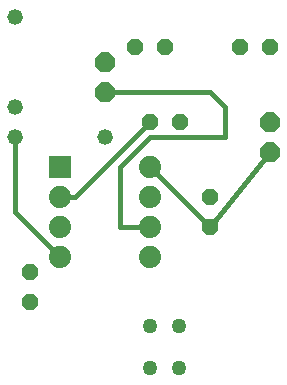
<source format=gbl>
G75*
%MOIN*%
%OFA0B0*%
%FSLAX25Y25*%
%IPPOS*%
%LPD*%
%AMOC8*
5,1,8,0,0,1.08239X$1,22.5*
%
%ADD10OC8,0.06600*%
%ADD11OC8,0.05200*%
%ADD12R,0.07400X0.07400*%
%ADD13C,0.07400*%
%ADD14C,0.05200*%
%ADD15C,0.05000*%
%ADD16C,0.01600*%
D10*
X0101800Y0106800D03*
X0101800Y0116800D03*
X0046800Y0126800D03*
X0046800Y0136800D03*
D11*
X0021800Y0056800D03*
X0021800Y0066800D03*
X0061800Y0116800D03*
X0071800Y0116800D03*
X0066800Y0141800D03*
X0056800Y0141800D03*
X0091800Y0141800D03*
X0101800Y0141800D03*
X0081800Y0091800D03*
X0081800Y0081800D03*
D12*
X0031800Y0101800D03*
D13*
X0031800Y0091800D03*
X0031800Y0081800D03*
X0031800Y0071800D03*
X0061800Y0071800D03*
X0061800Y0081800D03*
X0061800Y0091800D03*
X0061800Y0101800D03*
D14*
X0046800Y0111800D03*
X0016800Y0111800D03*
X0016800Y0121800D03*
X0016800Y0151800D03*
D15*
X0061879Y0048887D03*
X0071721Y0048887D03*
X0071721Y0034713D03*
X0061879Y0034713D03*
D16*
X0031800Y0071800D02*
X0016800Y0086800D01*
X0016800Y0111800D01*
X0031800Y0091800D02*
X0036800Y0091800D01*
X0061800Y0116800D01*
X0061800Y0111800D02*
X0051800Y0101800D01*
X0051800Y0081800D01*
X0061800Y0081800D01*
X0081800Y0081800D02*
X0061800Y0101800D01*
X0061800Y0111800D02*
X0086800Y0111800D01*
X0086800Y0121800D01*
X0081800Y0126800D01*
X0046800Y0126800D01*
X0081800Y0081800D02*
X0101800Y0106800D01*
M02*

</source>
